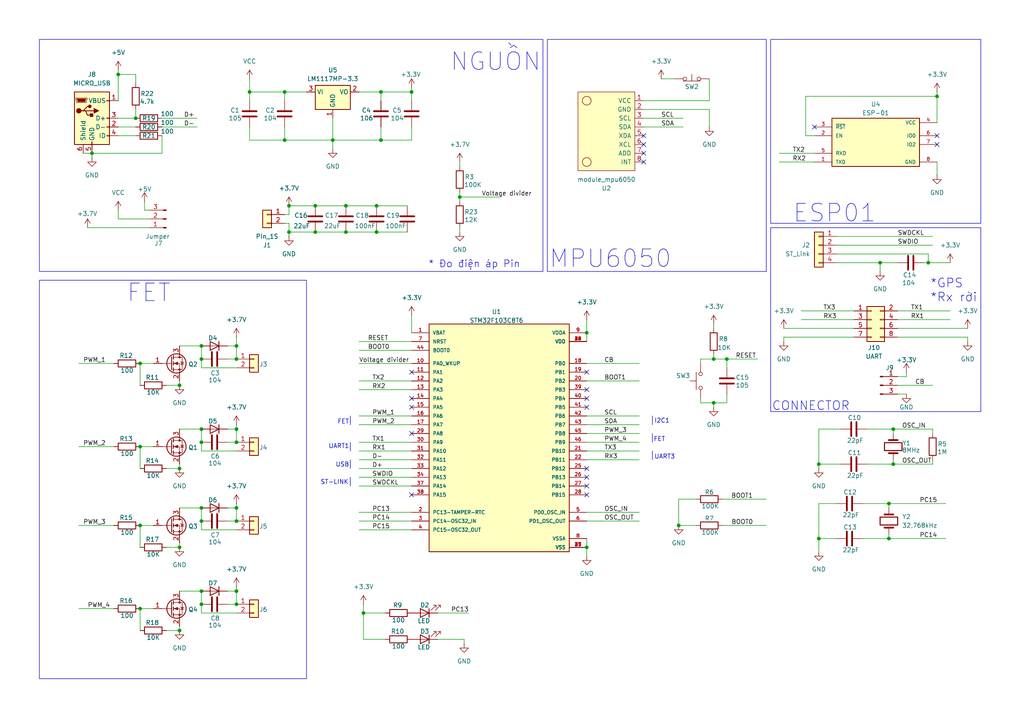
<source format=kicad_sch>
(kicad_sch (version 20231120) (generator "eeschema") (generator_version "8.0")
  (paper "A4")
  (lib_symbols
    (symbol "Connector:Conn_01x03_Pin" (pin_names (offset 1.016) hide)
      (property "Reference" "J" (at 0 5.08 0))
      (property "Value" "Conn_01x03_Pin" (at 0 -5.08 0))
      (symbol "Conn_01x03_Pin_1_1"
        (pin passive line (at 5.08 2.54 180) (length 3.81) (name "Pin_1") (number "1"))
        (pin passive line (at 5.08 0 180) (length 3.81) (name "Pin_2") (number "2"))
        (pin passive line (at 5.08 -2.54 180) (length 3.81) (name "Pin_3") (number "3"))
      )
    )
    (symbol "Connector:USB_OTG" (pin_names (offset 1.016))
      (property "Reference" "J" (at -5.08 11.43 0))
      (property "Value" "USB_OTG" (at -5.08 8.89 0))
      (symbol "USB_OTG_1_1"
        (pin passive line (at 7.62 5.08 180) (length 2.54) (name "VBUS") (number "1"))
        (pin bidirectional line (at 7.62 -2.54 180) (length 2.54) (name "D-") (number "2"))
        (pin bidirectional line (at 7.62 0 180) (length 2.54) (name "D+") (number "3"))
        (pin passive line (at 7.62 -5.08 180) (length 2.54) (name "ID") (number "4"))
        (pin passive line (at 0 -10.16 90) (length 2.54) (name "GND") (number "5"))
        (pin passive line (at -2.54 -10.16 90) (length 2.54) (name "Shield") (number "6"))
      )
    )
    (symbol "Connector_Generic:Conn_01x02" (pin_names (offset 1.016) hide)
      (property "Reference" "J" (at 0 2.54 0))
      (property "Value" "Conn_01x02" (at 0 -5.08 0))
      (symbol "Conn_01x02_1_1"
        (pin passive line (at -5.08 0 0) (length 3.81) (name "Pin_1") (number "1"))
        (pin passive line (at -5.08 -2.54 0) (length 3.81) (name "Pin_2") (number "2"))
      )
    )
    (symbol "Connector_Generic:Conn_01x04" (pin_names (offset 1.016) hide)
      (property "Reference" "J" (at 0 5.08 0))
      (property "Value" "Conn_01x04" (at 0 -7.62 0))
      (symbol "Conn_01x04_1_1"
        (pin passive line (at -5.08 2.54 0) (length 3.81) (name "Pin_1") (number "1"))
        (pin passive line (at -5.08 0 0) (length 3.81) (name "Pin_2") (number "2"))
        (pin passive line (at -5.08 -2.54 0) (length 3.81) (name "Pin_3") (number "3"))
        (pin passive line (at -5.08 -5.08 0) (length 3.81) (name "Pin_4") (number "4"))
      )
    )
    (symbol "Connector_Generic:Conn_02x04_Odd_Even" (pin_names (offset 1.016) hide)
      (property "Reference" "J" (at 1.27 5.08 0))
      (property "Value" "Conn_02x04_Odd_Even" (at 1.27 -7.62 0))
      (symbol "Conn_02x04_Odd_Even_1_1"
        (pin passive line (at -5.08 2.54 0) (length 3.81) (name "Pin_1") (number "1"))
        (pin passive line (at 7.62 2.54 180) (length 3.81) (name "Pin_2") (number "2"))
        (pin passive line (at -5.08 0 0) (length 3.81) (name "Pin_3") (number "3"))
        (pin passive line (at 7.62 0 180) (length 3.81) (name "Pin_4") (number "4"))
        (pin passive line (at -5.08 -2.54 0) (length 3.81) (name "Pin_5") (number "5"))
        (pin passive line (at 7.62 -2.54 180) (length 3.81) (name "Pin_6") (number "6"))
        (pin passive line (at -5.08 -5.08 0) (length 3.81) (name "Pin_7") (number "7"))
        (pin passive line (at 7.62 -5.08 180) (length 3.81) (name "Pin_8") (number "8"))
      )
    )
    (symbol "Device:C" (pin_numbers hide) (pin_names (offset 0.254))
      (property "Reference" "C" (at 0.635 2.54 0))
      (property "Value" "C" (at 0.635 -2.54 0))
      (symbol "C_1_1"
        (pin passive line (at 0 3.81 270) (length 2.794) (name "~") (number "1"))
        (pin passive line (at 0 -3.81 90) (length 2.794) (name "~") (number "2"))
      )
    )
    (symbol "Device:Crystal" (pin_numbers hide) (pin_names (offset 1.016) hide)
      (property "Reference" "Y" (at 0 3.81 0))
      (property "Value" "Crystal" (at 0 -3.81 0))
      (symbol "Crystal_1_1"
        (pin passive line (at -3.81 0 0) (length 1.27) (name "1") (number "1"))
        (pin passive line (at 3.81 0 180) (length 1.27) (name "2") (number "2"))
      )
    )
    (symbol "Device:LED" (pin_numbers hide) (pin_names (offset 1.016) hide)
      (property "Reference" "D" (at 0 2.54 0))
      (property "Value" "LED" (at 0 -2.54 0))
      (symbol "LED_1_1"
        (pin passive line (at -3.81 0 0) (length 2.54) (name "K") (number "1"))
        (pin passive line (at 3.81 0 180) (length 2.54) (name "A") (number "2"))
      )
    )
    (symbol "Device:R" (pin_numbers hide) (pin_names (offset 0))
      (property "Reference" "R" (at 2.032 0 90))
      (property "Value" "R" (at 0 0 90))
      (symbol "R_1_1"
        (pin passive line (at 0 3.81 270) (length 1.27) (name "~") (number "1"))
        (pin passive line (at 0 -3.81 90) (length 1.27) (name "~") (number "2"))
      )
    )
    (symbol "Diode:1N4007" (pin_numbers hide) (pin_names hide)
      (property "Reference" "D" (at 0 2.54 0))
      (property "Value" "1N4007" (at 0 -2.54 0))
      (symbol "1N4007_1_1"
        (pin passive line (at -3.81 0 0) (length 2.54) (name "K") (number "1"))
        (pin passive line (at 3.81 0 180) (length 2.54) (name "A") (number "2"))
      )
    )
    (symbol "ESP8266-01_ESP-01:ESP8266-01_ESP-01" (pin_names (offset 1.016))
      (property "Reference" "U" (at -0.762 7.874 0))
      (property "Value" "ESP8266-01_ESP-01" (at -8.382 -8.382 0))
      (symbol "ESP8266-01_ESP-01_1_0"
        (pin output line (at -17.78 -5.08 0) (length 5.08) (name "TXD") (number "1"))
        (pin input line (at -17.78 2.54 0) (length 5.08) (name "EN") (number "2"))
        (pin input line (at -17.78 5.08 0) (length 5.08) (name "~{RST}") (number "3"))
        (pin power_in line (at 17.78 6.35 180) (length 5.08) (name "VCC") (number "4"))
        (pin input line (at -17.78 -2.54 0) (length 5.08) (name "RXD") (number "5"))
        (pin bidirectional line (at 17.78 2.54 180) (length 5.08) (name "IO0") (number "6"))
        (pin bidirectional line (at 17.78 0 180) (length 5.08) (name "IO2") (number "7"))
        (pin power_in line (at 17.78 -5.08 180) (length 5.08) (name "GND") (number "8"))
      )
    )
    (symbol "Regulator_Linear:LM1117MP-3.3"
      (property "Reference" "U" (at -3.81 3.175 0))
      (property "Value" "LM1117MP-3.3" (at 0 3.175 0))
      (symbol "LM1117MP-3.3_1_1"
        (pin power_in line (at 0 -7.62 90) (length 2.54) (name "GND") (number "1"))
        (pin power_out line (at 7.62 0 180) (length 2.54) (name "VO") (number "2"))
        (pin power_in line (at -7.62 0 0) (length 2.54) (name "VI") (number "3"))
      )
    )
    (symbol "STM32F103C8T6:STM32F103C8T6" (pin_names (offset 1.016))
      (property "Reference" "U" (at -1.27 32.004 0))
      (property "Value" "STM32F103C8T6" (at -7.366 -36.83 0))
      (symbol "STM32F103C8T6_0_0"
        (pin bidirectional line (at -25.4 29.21 0) (length 5.08) (name "VBAT") (number "1"))
        (pin bidirectional line (at -25.4 20.32 0) (length 5.08) (name "PA0_WKUP") (number "10"))
        (pin bidirectional line (at -25.4 17.78 0) (length 5.08) (name "PA1") (number "11"))
        (pin bidirectional line (at -25.4 15.24 0) (length 5.08) (name "PA2") (number "12"))
        (pin bidirectional line (at -25.4 12.7 0) (length 5.08) (name "PA3") (number "13"))
        (pin bidirectional line (at -25.4 10.16 0) (length 5.08) (name "PA4") (number "14"))
        (pin bidirectional line (at -25.4 7.62 0) (length 5.08) (name "PA5") (number "15"))
        (pin bidirectional line (at -25.4 5.08 0) (length 5.08) (name "PA6") (number "16"))
        (pin bidirectional line (at -25.4 2.54 0) (length 5.08) (name "PA7") (number "17"))
        (pin bidirectional line (at 25.4 20.32 180) (length 5.08) (name "PB0") (number "18"))
        (pin bidirectional line (at 25.4 17.78 180) (length 5.08) (name "PB1") (number "19"))
        (pin bidirectional line (at -25.4 -22.86 0) (length 5.08) (name "PC13-TAMPER-RTC") (number "2"))
        (pin bidirectional line (at 25.4 15.24 180) (length 5.08) (name "PB2") (number "20"))
        (pin bidirectional line (at 25.4 -5.08 180) (length 5.08) (name "PB10") (number "21"))
        (pin bidirectional line (at 25.4 -7.62 180) (length 5.08) (name "PB11") (number "22"))
        (pin power_in line (at 25.4 -33.02 180) (length 5.08) (name "VSS") (number "23"))
        (pin power_in line (at 25.4 26.67 180) (length 5.08) (name "VDD") (number "24"))
        (pin bidirectional line (at 25.4 -10.16 180) (length 5.08) (name "PB12") (number "25"))
        (pin bidirectional line (at 25.4 -12.7 180) (length 5.08) (name "PB13") (number "26"))
        (pin bidirectional line (at 25.4 -15.24 180) (length 5.08) (name "PB14") (number "27"))
        (pin bidirectional line (at 25.4 -17.78 180) (length 5.08) (name "PB15") (number "28"))
        (pin bidirectional line (at -25.4 0 0) (length 5.08) (name "PA8") (number "29"))
        (pin bidirectional line (at -25.4 -25.4 0) (length 5.08) (name "PC14-OSC32_IN") (number "3"))
        (pin bidirectional line (at -25.4 -2.54 0) (length 5.08) (name "PA9") (number "30"))
        (pin bidirectional line (at -25.4 -5.08 0) (length 5.08) (name "PA10") (number "31"))
        (pin bidirectional line (at -25.4 -7.62 0) (length 5.08) (name "PA11") (number "32"))
        (pin bidirectional line (at -25.4 -10.16 0) (length 5.08) (name "PA12") (number "33"))
        (pin bidirectional line (at -25.4 -12.7 0) (length 5.08) (name "PA13") (number "34"))
        (pin power_in line (at 25.4 -33.02 180) (length 5.08) (name "VSS") (number "35"))
        (pin power_in line (at 25.4 26.67 180) (length 5.08) (name "VDD") (number "36"))
        (pin bidirectional line (at -25.4 -15.24 0) (length 5.08) (name "PA14") (number "37"))
        (pin bidirectional line (at -25.4 -17.78 0) (length 5.08) (name "PA15") (number "38"))
        (pin bidirectional line (at 25.4 12.7 180) (length 5.08) (name "PB3") (number "39"))
        (pin bidirectional line (at -25.4 -27.94 0) (length 5.08) (name "PC15-OSC32_OUT") (number "4"))
        (pin bidirectional line (at 25.4 10.16 180) (length 5.08) (name "PB4") (number "40"))
        (pin bidirectional line (at 25.4 7.62 180) (length 5.08) (name "PB5") (number "41"))
        (pin bidirectional line (at 25.4 5.08 180) (length 5.08) (name "PB6") (number "42"))
        (pin bidirectional line (at 25.4 2.54 180) (length 5.08) (name "PB7") (number "43"))
        (pin input line (at -25.4 24.13 0) (length 5.08) (name "BOOT0") (number "44"))
        (pin bidirectional line (at 25.4 0 180) (length 5.08) (name "PB8") (number "45"))
        (pin bidirectional line (at 25.4 -2.54 180) (length 5.08) (name "PB9") (number "46"))
        (pin power_in line (at 25.4 -33.02 180) (length 5.08) (name "VSS") (number "47"))
        (pin power_in line (at 25.4 26.67 180) (length 5.08) (name "VDD") (number "48"))
        (pin bidirectional line (at 25.4 -22.86 180) (length 5.08) (name "PD0_OSC_IN") (number "5"))
        (pin bidirectional line (at 25.4 -25.4 180) (length 5.08) (name "PD1_OSC_OUT") (number "6"))
        (pin input line (at -25.4 26.67 0) (length 5.08) (name "NRST") (number "7"))
        (pin power_in line (at 25.4 -30.48 180) (length 5.08) (name "VSSA") (number "8"))
        (pin power_in line (at 25.4 29.21 180) (length 5.08) (name "VDDA") (number "9"))
      )
    )
    (symbol "Switch:SW_Push" (pin_numbers hide) (pin_names (offset 1.016) hide)
      (property "Reference" "SW" (at 1.27 2.54 0))
      (property "Value" "SW_Push" (at 0 -1.524 0))
      (symbol "SW_Push_0_1"
        (pin passive line (at -5.08 0 0) (length 2.54) (name "1") (number "1"))
        (pin passive line (at 5.08 0 180) (length 2.54) (name "2") (number "2"))
      )
    )
    (symbol "Switch:SW_Push_Open" (pin_numbers hide) (pin_names (offset 1.016) hide)
      (property "Reference" "SW" (at 0 2.54 0))
      (property "Value" "SW_Push_Open" (at 0 -1.905 0))
      (symbol "SW_Push_Open_0_1"
        (pin passive line (at -5.08 0 0) (length 2.54) (name "A") (number "1"))
      )
      (symbol "SW_Push_Open_1_1"
        (pin passive line (at 5.08 0 180) (length 2.54) (name "B") (number "2"))
      )
    )
    (symbol "Transistor_FET:BS170F" (pin_names hide)
      (property "Reference" "Q" (at 5.08 1.905 0))
      (property "Value" "BS170F" (at 5.08 0 0))
      (symbol "BS170F_1_1"
        (pin input line (at -5.08 0 0) (length 2.54) (name "G") (number "1"))
        (pin passive line (at 2.54 -5.08 90) (length 2.54) (name "S") (number "2"))
        (pin passive line (at 2.54 5.08 270) (length 2.54) (name "D") (number "3"))
      )
    )
    (symbol "power:+3.3V" (power) (pin_numbers hide) (pin_names (offset 0) hide)
      (property "Value" "+3.3V" (at 0 3.556 0))
      (symbol "+3.3V_1_1"
        (pin power_in line (at 0 0 90) (length 0) (name "~") (number "1"))
      )
    )
    (symbol "power:+5V" (power) (pin_numbers hide) (pin_names (offset 0) hide)
      (property "Value" "+5V" (at 0 3.556 0))
      (symbol "+5V_1_1"
        (pin power_in line (at 0 0 90) (length 0) (name "~") (number "1"))
      )
    )
    (symbol "power:GND" (power) (pin_numbers hide) (pin_names (offset 0) hide)
      (property "Value" "GND" (at 0 -3.81 0))
      (symbol "GND_1_1"
        (pin power_in line (at 0 0 270) (length 0) (name "~") (number "1"))
      )
    )
    (symbol "power:VCC" (power) (pin_numbers hide) (pin_names (offset 0) hide)
      (property "Value" "VCC" (at 0 3.556 0))
      (symbol "VCC_1_1"
        (pin power_in line (at 0 0 90) (length 0) (name "~") (number "1"))
      )
    )
    (symbol "usini_sensors:module_mpu6050" (pin_names (offset 1.016))
      (property "Reference" "U" (at 2.54 21.59 0))
      (property "Value" "module_mpu6050" (at 11.43 -3.81 0))
      (symbol "module_mpu6050_1_1"
        (pin input line (at 0 17.78 0) (length 2.54) (name "VCC") (number "1"))
        (pin input line (at 0 15.24 0) (length 2.54) (name "GND") (number "2"))
        (pin input line (at 0 12.7 0) (length 2.54) (name "SCL") (number "3"))
        (pin input line (at 0 10.16 0) (length 2.54) (name "SDA") (number "4"))
        (pin input line (at 0 7.62 0) (length 2.54) (name "XDA") (number "5"))
        (pin input line (at 0 5.08 0) (length 2.54) (name "XCL") (number "6"))
        (pin input line (at 0 2.54 0) (length 2.54) (name "ADD") (number "7"))
        (pin input line (at 0 0 0) (length 2.54) (name "INT") (number "8"))
      )
    )
  )
  (junction (at 237.49 156.21))
  (junction (at 110.49 40.64))
  (junction (at 68.58 175.26))
  (junction (at 91.44 59.69))
  (junction (at 257.81 146.05))
  (junction (at 109.22 59.69))
  (junction (at 58.42 147.32))
  (junction (at 119.38 26.67))
  (junction (at 259.08 124.46))
  (junction (at 52.07 182.88))
  (junction (at 259.08 134.62))
  (junction (at 52.07 111.76))
  (junction (at 58.42 128.27))
  (junction (at 91.44 67.31))
  (junction (at 68.58 128.27))
  (junction (at 68.58 124.46))
  (junction (at 237.49 134.62))
  (junction (at 271.78 27.94))
  (junction (at 170.18 158.75))
  (junction (at 72.39 26.67))
  (junction (at 39.37 34.29))
  (junction (at 52.07 158.75))
  (junction (at 110.49 26.67))
  (junction (at 170.18 96.52))
  (junction (at 96.52 40.64))
  (junction (at 58.42 104.14))
  (junction (at 255.27 76.2))
  (junction (at 82.55 40.64))
  (junction (at 40.64 105.41))
  (junction (at 257.81 156.21))
  (junction (at 68.58 100.33))
  (junction (at 52.07 135.89))
  (junction (at 100.33 59.69))
  (junction (at 68.58 147.32))
  (junction (at 58.42 100.33))
  (junction (at 82.55 26.67))
  (junction (at 40.64 152.4))
  (junction (at 210.82 104.14))
  (junction (at 105.41 177.8))
  (junction (at 68.58 171.45))
  (junction (at 68.58 104.14))
  (junction (at 68.58 151.13))
  (junction (at 109.22 67.31))
  (junction (at 58.42 124.46))
  (junction (at 34.29 21.59))
  (junction (at 26.67 44.45))
  (junction (at 207.01 116.84))
  (junction (at 269.24 76.2))
  (junction (at 58.42 175.26))
  (junction (at 58.42 171.45))
  (junction (at 133.35 57.15))
  (junction (at 40.64 176.53))
  (junction (at 83.82 67.31))
  (junction (at 40.64 129.54))
  (junction (at 196.85 152.4))
  (junction (at 83.82 59.69))
  (junction (at 207.01 104.14))
  (junction (at 100.33 67.31))
  (junction (at 58.42 151.13))
  (no_connect (at 170.18 135.89))
  (no_connect (at 170.18 115.57))
  (no_connect (at 186.69 46.99))
  (no_connect (at 119.38 115.57))
  (no_connect (at 119.38 125.73))
  (no_connect (at 119.38 143.51))
  (no_connect (at 186.69 39.37))
  (no_connect (at 170.18 140.97))
  (no_connect (at 170.18 118.11))
  (no_connect (at 119.38 107.95))
  (no_connect (at 170.18 107.95))
  (no_connect (at 170.18 113.03))
  (no_connect (at 170.18 138.43))
  (no_connect (at 186.69 44.45))
  (no_connect (at 119.38 118.11))
  (no_connect (at 170.18 143.51))
  (no_connect (at 271.78 41.91))
  (no_connect (at 186.69 41.91))
  (no_connect (at 236.22 36.83))
  (no_connect (at 271.78 39.37))
  (wire (pts (xy 82.55 26.67) (xy 88.9 26.67)))
  (wire (pts (xy 133.35 55.88) (xy 133.35 57.15)))
  (wire (pts (xy 191.77 22.86) (xy 195.58 22.86)))
  (wire (pts (xy 257.81 156.21) (xy 274.32 156.21)))
  (wire (pts (xy 105.41 185.42) (xy 105.41 177.8)))
  (wire (pts (xy 109.22 59.69) (xy 118.11 59.69)))
  (wire (pts (xy 46.99 34.29) (xy 57.15 34.29)))
  (wire (pts (xy 203.2 104.14) (xy 207.01 104.14)))
  (wire (pts (xy 242.57 146.05) (xy 237.49 146.05)))
  (wire (pts (xy 170.18 133.35) (xy 185.42 133.35)))
  (wire (pts (xy 82.55 26.67) (xy 82.55 29.21)))
  (wire (pts (xy 68.58 100.33) (xy 68.58 97.79)))
  (wire (pts (xy 22.86 129.54) (xy 33.02 129.54)))
  (wire (pts (xy 207.01 93.98) (xy 207.01 95.25)))
  (wire (pts (xy 259.08 124.46) (xy 270.51 124.46)))
  (wire (pts (xy 40.64 105.41) (xy 44.45 105.41)))
  (wire (pts (xy 58.42 128.27) (xy 58.42 124.46)))
  (wire (pts (xy 133.35 48.26) (xy 133.35 46.99)))
  (wire (pts (xy 22.86 105.41) (xy 33.02 105.41)))
  (wire (pts (xy 68.58 100.33) (xy 68.58 104.14)))
  (wire (pts (xy 34.29 36.83) (xy 39.37 36.83)))
  (wire (pts (xy 267.97 76.2) (xy 269.24 76.2)))
  (wire (pts (xy 186.69 36.83) (xy 198.12 36.83)))
  (wire (pts (xy 68.58 153.67) (xy 58.42 153.67)))
  (wire (pts (xy 34.29 34.29) (xy 39.37 34.29)))
  (wire (pts (xy 255.27 76.2) (xy 255.27 78.74)))
  (wire (pts (xy 210.82 106.68) (xy 210.82 104.14)))
  (wire (pts (xy 237.49 156.21) (xy 237.49 160.02)))
  (wire (pts (xy 46.99 44.45) (xy 26.67 44.45)))
  (wire (pts (xy 68.58 124.46) (xy 68.58 123.19)))
  (wire (pts (xy 48.26 135.89) (xy 52.07 135.89)))
  (wire (pts (xy 46.99 39.37) (xy 46.99 44.45)))
  (wire (pts (xy 226.06 44.45) (xy 236.22 44.45)))
  (wire (pts (xy 72.39 26.67) (xy 82.55 26.67)))
  (wire (pts (xy 104.14 153.67) (xy 119.38 153.67)))
  (wire (pts (xy 39.37 31.75) (xy 39.37 34.29)))
  (wire (pts (xy 58.42 175.26) (xy 58.42 171.45)))
  (wire (pts (xy 210.82 104.14) (xy 219.71 104.14)))
  (wire (pts (xy 104.14 99.06) (xy 119.38 99.06)))
  (wire (pts (xy 170.18 120.65) (xy 185.42 120.65)))
  (wire (pts (xy 110.49 40.64) (xy 119.38 40.64)))
  (wire (pts (xy 83.82 59.69) (xy 83.82 62.23)))
  (wire (pts (xy 58.42 104.14) (xy 58.42 100.33)))
  (wire (pts (xy 34.29 21.59) (xy 39.37 21.59)))
  (wire (pts (xy 259.08 124.46) (xy 259.08 125.73)))
  (wire (pts (xy 205.74 31.75) (xy 205.74 36.83)))
  (wire (pts (xy 269.24 76.2) (xy 275.59 76.2)))
  (wire (pts (xy 237.49 146.05) (xy 237.49 156.21)))
  (wire (pts (xy 260.35 114.3) (xy 262.89 114.3)))
  (wire (pts (xy 66.04 147.32) (xy 68.58 147.32)))
  (wire (pts (xy 91.44 59.69) (xy 100.33 59.69)))
  (wire (pts (xy 207.01 118.11) (xy 207.01 116.84)))
  (wire (pts (xy 186.69 34.29) (xy 198.12 34.29)))
  (wire (pts (xy 66.04 175.26) (xy 68.58 175.26)))
  (wire (pts (xy 66.04 171.45) (xy 68.58 171.45)))
  (wire (pts (xy 186.69 29.21) (xy 205.74 29.21)))
  (wire (pts (xy 242.57 76.2) (xy 255.27 76.2)))
  (wire (pts (xy 96.52 43.18) (xy 96.52 40.64)))
  (wire (pts (xy 260.35 95.25) (xy 280.67 95.25)))
  (wire (pts (xy 46.99 36.83) (xy 57.15 36.83)))
  (wire (pts (xy 105.41 177.8) (xy 111.76 177.8)))
  (wire (pts (xy 66.04 128.27) (xy 68.58 128.27)))
  (wire (pts (xy 34.29 63.5) (xy 34.29 60.96)))
  (wire (pts (xy 83.82 64.77) (xy 83.82 67.31)))
  (wire (pts (xy 226.06 46.99) (xy 236.22 46.99)))
  (wire (pts (xy 210.82 114.3) (xy 210.82 116.84)))
  (wire (pts (xy 91.44 67.31) (xy 100.33 67.31)))
  (wire (pts (xy 247.65 97.79) (xy 227.33 97.79)))
  (wire (pts (xy 48.26 111.76) (xy 52.07 111.76)))
  (wire (pts (xy 170.18 96.52) (xy 170.18 99.06)))
  (wire (pts (xy 271.78 27.94) (xy 271.78 35.56)))
  (wire (pts (xy 40.64 176.53) (xy 40.64 182.88)))
  (wire (pts (xy 83.82 67.31) (xy 91.44 67.31)))
  (wire (pts (xy 40.64 129.54) (xy 40.64 135.89)))
  (wire (pts (xy 96.52 34.29) (xy 96.52 40.64)))
  (wire (pts (xy 170.18 161.29) (xy 170.18 158.75)))
  (wire (pts (xy 133.35 66.04) (xy 133.35 67.31)))
  (polyline (pts (xy 189.23 125.73) (xy 189.23 128.27)))
  (wire (pts (xy 243.84 124.46) (xy 237.49 124.46)))
  (wire (pts (xy 40.64 176.53) (xy 44.45 176.53)))
  (wire (pts (xy 83.82 62.23) (xy 82.55 62.23)))
  (wire (pts (xy 82.55 64.77) (xy 83.82 64.77)))
  (wire (pts (xy 52.07 124.46) (xy 58.42 124.46)))
  (wire (pts (xy 111.76 185.42) (xy 105.41 185.42)))
  (wire (pts (xy 96.52 40.64) (xy 110.49 40.64)))
  (wire (pts (xy 251.46 134.62) (xy 259.08 134.62)))
  (wire (pts (xy 39.37 21.59) (xy 39.37 24.13)))
  (wire (pts (xy 52.07 181.61) (xy 52.07 182.88)))
  (wire (pts (xy 104.14 128.27) (xy 119.38 128.27)))
  (wire (pts (xy 68.58 171.45) (xy 68.58 175.26)))
  (wire (pts (xy 66.04 100.33) (xy 68.58 100.33)))
  (wire (pts (xy 104.14 101.6) (xy 119.38 101.6)))
  (wire (pts (xy 41.91 58.42) (xy 41.91 60.96)))
  (wire (pts (xy 250.19 156.21) (xy 257.81 156.21)))
  (wire (pts (xy 58.42 177.8) (xy 58.42 175.26)))
  (wire (pts (xy 170.18 123.19) (xy 185.42 123.19)))
  (wire (pts (xy 205.74 22.86) (xy 205.74 29.21)))
  (wire (pts (xy 119.38 26.67) (xy 119.38 25.4)))
  (polyline (pts (xy 101.6 128.27) (xy 101.6 130.81)))
  (wire (pts (xy 209.55 144.78) (xy 222.25 144.78)))
  (wire (pts (xy 170.18 105.41) (xy 185.42 105.41)))
  (wire (pts (xy 237.49 124.46) (xy 237.49 134.62)))
  (wire (pts (xy 22.86 176.53) (xy 33.02 176.53)))
  (wire (pts (xy 127 185.42) (xy 134.62 185.42)))
  (wire (pts (xy 52.07 134.62) (xy 52.07 135.89)))
  (wire (pts (xy 170.18 128.27) (xy 185.42 128.27)))
  (wire (pts (xy 247.65 90.17) (xy 232.41 90.17)))
  (wire (pts (xy 170.18 156.21) (xy 170.18 158.75)))
  (wire (pts (xy 68.58 106.68) (xy 58.42 106.68)))
  (wire (pts (xy 259.08 133.35) (xy 259.08 134.62)))
  (wire (pts (xy 34.29 63.5) (xy 43.18 63.5)))
  (wire (pts (xy 170.18 148.59) (xy 185.42 148.59)))
  (wire (pts (xy 203.2 116.84) (xy 207.01 116.84)))
  (wire (pts (xy 196.85 152.4) (xy 201.93 152.4)))
  (wire (pts (xy 68.58 177.8) (xy 58.42 177.8)))
  (wire (pts (xy 260.35 90.17) (xy 275.59 90.17)))
  (wire (pts (xy 52.07 100.33) (xy 58.42 100.33)))
  (wire (pts (xy 26.67 44.45) (xy 26.67 45.72)))
  (wire (pts (xy 227.33 97.79) (xy 227.33 99.06)))
  (wire (pts (xy 58.42 153.67) (xy 58.42 151.13)))
  (wire (pts (xy 207.01 104.14) (xy 210.82 104.14)))
  (wire (pts (xy 83.82 67.31) (xy 83.82 68.58)))
  (wire (pts (xy 260.35 111.76) (xy 270.51 111.76)))
  (wire (pts (xy 170.18 125.73) (xy 185.42 125.73)))
  (wire (pts (xy 22.86 152.4) (xy 33.02 152.4)))
  (wire (pts (xy 134.62 185.42) (xy 134.62 186.69)))
  (wire (pts (xy 41.91 60.96) (xy 43.18 60.96)))
  (wire (pts (xy 270.51 125.73) (xy 270.51 124.46)))
  (wire (pts (xy 271.78 26.67) (xy 271.78 27.94)))
  (wire (pts (xy 209.55 152.4) (xy 222.25 152.4)))
  (wire (pts (xy 104.14 151.13) (xy 119.38 151.13)))
  (wire (pts (xy 203.2 104.14) (xy 203.2 105.41)))
  (wire (pts (xy 72.39 36.83) (xy 72.39 40.64)))
  (wire (pts (xy 40.64 105.41) (xy 40.64 111.76)))
  (wire (pts (xy 104.14 138.43) (xy 119.38 138.43)))
  (wire (pts (xy 104.14 148.59) (xy 119.38 148.59)))
  (wire (pts (xy 196.85 144.78) (xy 196.85 152.4)))
  (polyline (pts (xy 189.23 130.81) (xy 189.23 133.35)))
  (wire (pts (xy 72.39 22.86) (xy 72.39 26.67)))
  (wire (pts (xy 52.07 157.48) (xy 52.07 158.75)))
  (wire (pts (xy 257.81 146.05) (xy 274.32 146.05)))
  (wire (pts (xy 110.49 26.67) (xy 119.38 26.67)))
  (wire (pts (xy 72.39 26.67) (xy 72.39 29.21)))
  (wire (pts (xy 72.39 40.64) (xy 82.55 40.64)))
  (wire (pts (xy 119.38 91.44) (xy 119.38 96.52)))
  (wire (pts (xy 260.35 92.71) (xy 275.59 92.71)))
  (wire (pts (xy 237.49 156.21) (xy 242.57 156.21)))
  (wire (pts (xy 83.82 59.69) (xy 91.44 59.69)))
  (wire (pts (xy 40.64 152.4) (xy 40.64 158.75)))
  (wire (pts (xy 247.65 95.25) (xy 227.33 95.25)))
  (wire (pts (xy 104.14 113.03) (xy 119.38 113.03)))
  (wire (pts (xy 34.29 39.37) (xy 39.37 39.37)))
  (wire (pts (xy 104.14 110.49) (xy 119.38 110.49)))
  (wire (pts (xy 242.57 68.58) (xy 270.51 68.58)))
  (wire (pts (xy 82.55 40.64) (xy 96.52 40.64)))
  (wire (pts (xy 58.42 106.68) (xy 58.42 104.14)))
  (wire (pts (xy 66.04 104.14) (xy 68.58 104.14)))
  (wire (pts (xy 24.13 44.45) (xy 26.67 44.45)))
  (wire (pts (xy 270.51 134.62) (xy 270.51 133.35)))
  (wire (pts (xy 104.14 105.41) (xy 119.38 105.41)))
  (wire (pts (xy 233.68 27.94) (xy 233.68 39.37)))
  (wire (pts (xy 260.35 109.22) (xy 262.89 109.22)))
  (wire (pts (xy 82.55 36.83) (xy 82.55 40.64)))
  (wire (pts (xy 119.38 29.21) (xy 119.38 26.67)))
  (wire (pts (xy 203.2 116.84) (xy 203.2 115.57)))
  (wire (pts (xy 48.26 158.75) (xy 52.07 158.75)))
  (wire (pts (xy 68.58 147.32) (xy 68.58 146.05)))
  (wire (pts (xy 100.33 67.31) (xy 109.22 67.31)))
  (wire (pts (xy 262.89 109.22) (xy 262.89 107.95)))
  (wire (pts (xy 133.35 57.15) (xy 133.35 58.42)))
  (wire (pts (xy 68.58 171.45) (xy 68.58 170.18)))
  (wire (pts (xy 207.01 102.87) (xy 207.01 104.14)))
  (wire (pts (xy 236.22 39.37) (xy 233.68 39.37)))
  (wire (pts (xy 201.93 144.78) (xy 196.85 144.78)))
  (wire (pts (xy 170.18 130.81) (xy 185.42 130.81)))
  (polyline (pts (xy 101.6 133.35) (xy 101.6 135.89)))
  (wire (pts (xy 170.18 92.71) (xy 170.18 96.52)))
  (wire (pts (xy 127 177.8) (xy 135.89 177.8)))
  (wire (pts (xy 40.64 129.54) (xy 44.45 129.54)))
  (wire (pts (xy 58.42 130.81) (xy 58.42 128.27)))
  (wire (pts (xy 237.49 135.89) (xy 237.49 134.62)))
  (wire (pts (xy 52.07 110.49) (xy 52.07 111.76)))
  (wire (pts (xy 48.26 182.88) (xy 52.07 182.88)))
  (wire (pts (xy 58.42 151.13) (xy 58.42 147.32)))
  (wire (pts (xy 110.49 26.67) (xy 110.49 29.21)))
  (wire (pts (xy 104.14 133.35) (xy 119.38 133.35)))
  (wire (pts (xy 170.18 110.49) (xy 185.42 110.49)))
  (wire (pts (xy 247.65 92.71) (xy 232.41 92.71)))
  (wire (pts (xy 104.14 130.81) (xy 119.38 130.81)))
  (polyline (pts (xy 101.6 138.43) (xy 101.6 140.97)))
  (wire (pts (xy 260.35 97.79) (xy 280.67 97.79)))
  (wire (pts (xy 66.04 151.13) (xy 68.58 151.13)))
  (wire (pts (xy 280.67 97.79) (xy 280.67 99.06)))
  (wire (pts (xy 104.14 140.97) (xy 119.38 140.97)))
  (wire (pts (xy 259.08 134.62) (xy 270.51 134.62)))
  (wire (pts (xy 259.08 124.46) (xy 251.46 124.46)))
  (wire (pts (xy 66.04 124.46) (xy 68.58 124.46)))
  (wire (pts (xy 255.27 76.2) (xy 260.35 76.2)))
  (wire (pts (xy 68.58 130.81) (xy 58.42 130.81)))
  (wire (pts (xy 269.24 73.66) (xy 269.24 76.2)))
  (wire (pts (xy 257.81 146.05) (xy 257.81 147.32)))
  (wire (pts (xy 250.19 146.05) (xy 257.81 146.05)))
  (wire (pts (xy 133.35 57.15) (xy 144.78 57.15)))
  (wire (pts (xy 52.07 147.32) (xy 58.42 147.32)))
  (wire (pts (xy 68.58 147.32) (xy 68.58 151.13)))
  (polyline (pts (xy 189.23 120.65) (xy 189.23 123.19)))
  (wire (pts (xy 242.57 71.12) (xy 270.51 71.12)))
  (wire (pts (xy 242.57 73.66) (xy 269.24 73.66)))
  (wire (pts (xy 271.78 46.99) (xy 271.78 50.8)))
  (wire (pts (xy 34.29 20.32) (xy 34.29 21.59)))
  (wire (pts (xy 109.22 67.31) (xy 118.11 67.31)))
  (wire (pts (xy 104.14 135.89) (xy 119.38 135.89)))
  (wire (pts (xy 68.58 124.46) (xy 68.58 128.27)))
  (wire (pts (xy 34.29 21.59) (xy 34.29 29.21)))
  (wire (pts (xy 25.4 66.04) (xy 43.18 66.04)))
  (wire (pts (xy 40.64 152.4) (xy 44.45 152.4)))
  (wire (pts (xy 110.49 36.83) (xy 110.49 40.64)))
  (wire (pts (xy 233.68 27.94) (xy 271.78 27.94)))
  (wire (pts (xy 52.07 171.45) (xy 58.42 171.45)))
  (wire (pts (xy 104.14 123.19) (xy 119.38 123.19)))
  (wire (pts (xy 205.74 31.75) (xy 186.69 31.75)))
  (wire (pts (xy 170.18 151.13) (xy 185.42 151.13)))
  (wire (pts (xy 257.81 154.94) (xy 257.81 156.21)))
  (wire (pts (xy 119.38 36.83) (xy 119.38 40.64)))
  (polyline (pts (xy 101.6 120.65) (xy 101.6 123.19)))
  (wire (pts (xy 100.33 59.69) (xy 109.22 59.69)))
  (wire (pts (xy 104.14 26.67) (xy 110.49 26.67)))
  (wire (pts (xy 104.14 120.65) (xy 119.38 120.65)))
  (wire (pts (xy 105.41 175.26) (xy 105.41 177.8)))
  (wire (pts (xy 237.49 134.62) (xy 243.84 134.62)))
  (wire (pts (xy 210.82 116.84) (xy 207.01 116.84)))
  (rectangle (start 223.52 66.04) (end 284.48 119.38))
  (rectangle (start 11.43 81.28) (end 88.9 196.85))
  (rectangle (start 158.75 11.43) (end 222.25 78.74))
  (rectangle (start 11.43 11.43) (end 157.48 78.74))
  (rectangle (start 223.52 11.43) (end 284.48 64.77))
  (text "*GPS\n*Rx rời " (at 269.748 84.328 0) (effects (font (size 2.54 2.54)) (justify left)))
  (text "* Đo điện áp Pin" (at 124.206 76.708 0) (effects (font (size 2.032 2.032)) (justify left)))
  (text "USB" (at 99.314 134.874 0) (effects (font (size 1.27 1.27))))
  (text "NGUỒN" (at 143.764 18.034 0) (effects (font (size 5.08 5.08))))
  (text "ESP01" (at 242.062 61.976 0) (effects (font (size 5.08 5.08))))
  (text "CONNECTOR" (at 235.204 117.856 0) (effects (font (size 2.54 2.54))))
  (text "FET" (at 191.262 127.508 0) (effects (font (size 1.27 1.27))))
  (text "MPU6050" (at 177.038 75.184 0) (effects (font (size 5.08 5.08))))
  (text "ST-LINK" (at 97.028 139.954 0) (effects (font (size 1.27 1.27))))
  (text "UART3" (at 192.786 132.588 0) (effects (font (size 1.27 1.27))))
  (text "FET" (at 99.568 122.428 0) (effects (font (size 1.27 1.27))))
  (text "UART1" (at 98.298 129.54 0) (effects (font (size 1.27 1.27))))
  (text "I2C1" (at 192.024 122.174 0) (effects (font (size 1.27 1.27))))
  (text "FET" (at 43.18 85.09 0) (effects (font (size 5.08 5.08))))
  (label "RX1" (at 264.16 92.71 0))
  (label "Voltage divider" (at 139.7 57.15 0))
  (label "PC15" (at 266.7 146.05 0))
  (label "CB" (at 265.43 111.76 0))
  (label "CB" (at 175.26 105.41 0))
  (label "RX3" (at 175.26 133.35 0))
  (label "RX2" (at 229.87 46.99 0))
  (label "PWM_4" (at 175.26 128.27 0))
  (label "PC13" (at 107.95 148.59 0))
  (label "PWM_1" (at 24.13 105.41 0))
  (label "PWM_2" (at 107.95 123.19 0))
  (label "BOOT0" (at 106.68 101.6 0))
  (label "RESET" (at 106.68 99.06 0))
  (label "RX3" (at 238.76 92.71 0))
  (label "SWDIO" (at 260.35 71.12 0))
  (label "PC13" (at 130.81 177.8 0))
  (label "TX3" (at 238.76 90.17 0))
  (label "TX2" (at 107.95 110.49 0))
  (label "PC14" (at 107.95 151.13 0))
  (label "TX1" (at 107.95 128.27 0))
  (label "D-" (at 107.95 133.35 0))
  (label "OSC_IN" (at 261.62 124.46 0))
  (label "Voltage divider" (at 104.14 105.41 0))
  (label "TX1" (at 264.16 90.17 0))
  (label "SDA" (at 191.77 36.83 0))
  (label "SCL" (at 191.77 34.29 0))
  (label "SWDCKL" (at 107.95 140.97 0))
  (label "RX2" (at 107.95 113.03 0))
  (label "D+" (at 107.95 135.89 0))
  (label "SWDIO" (at 107.95 138.43 0))
  (label "RX1" (at 107.95 130.81 0))
  (label "D+" (at 53.34 34.29 0))
  (label "TX2" (at 229.87 44.45 0))
  (label "BOOT1" (at 175.26 110.49 0))
  (label "BOOT0" (at 218.44 152.4 180))
  (label "PC14" (at 266.7 156.21 0))
  (label "SWDCKL" (at 260.35 68.58 0))
  (label "OSC_IN" (at 175.26 148.59 0))
  (label "OSC_OUT" (at 175.26 151.13 0))
  (label "TX3" (at 175.26 130.81 0))
  (label "SDA" (at 175.26 123.19 0))
  (label "PC15" (at 107.95 153.67 0))
  (label "OSC_OUT" (at 261.62 134.62 0))
  (label "PWM_2" (at 24.13 129.54 0))
  (label "BOOT1" (at 212.09 144.78 0))
  (label "PWM_3" (at 175.26 125.73 0))
  (label "PWM_4" (at 25.4 176.53 0))
  (label "RESET" (at 213.36 104.14 0))
  (label "D-" (at 53.34 36.83 0))
  (label "SCL" (at 175.26 120.65 0))
  (label "PWM_1" (at 107.95 120.65 0))
  (label "PWM_3" (at 24.13 152.4 0))
  (symbol (lib_id "power:+3.3V") (at 83.82 59.69 0) (unit 1)
    (property "Reference" "#PWR05" (effects (hide yes)))
    (property "Value" "+3.7V" (at 83.82 54.61 0))
    (property "Description" "Power symbol creates a global label with name \"+3.3V\"" (effects (hide yes)))
  )
  (symbol (lib_id "Device:C") (at 246.38 156.21 270) (unit 1)
    (property "Reference" "C13" (at 244.602 152.908 90) (effects (justify left)))
    (property "Value" "22pF" (at 244.348 159.512 90) (effects (justify left)))
    (property "Footprint" "Capacitor_SMD:C_0805_2012Metric" (effects (hide yes)))
    (property "Description" "Unpolarized capacitor" (effects (hide yes)))
  )
  (symbol (lib_id "STM32F103C8T6:STM32F103C8T6") (at 144.78 125.73 0) (unit 1)
    (property "Reference" "U1" (at 144.018 90.424 0))
    (property "Value" "STM32F103C8T6" (at 144.018 92.964 0))
    (property "Footprint" "Stm32F103:QFP50P900X900X160-48N" (effects (hide yes)))
    (property "MF" "STMicroelectronics" (effects (hide yes)))
    (property "Description_1" "\nARM® Cortex®-M3 STM32F1 Microcontroller IC 32-Bit 72MHz 64KB (64K x 8) FLASH 48-LQFP (7x7)\n" (effects (hide yes)))
    (property "Package" "LQFP-48 STMicroelectronics" (effects (hide yes)))
    (property "Price" "None" (effects (hide yes)))
    (property "Check_prices" "https://www.snapeda.com/parts/STM32F103C8T6/STMicroelectronics/view-part/?ref=eda" (effects (hide yes)))
    (property "STANDARD" "IPC7351B" (effects (hide yes)))
    (property "PARTREV" "10" (effects (hide yes)))
    (property "SnapEDA_Link" "https://www.snapeda.com/parts/STM32F103C8T6/STMicroelectronics/view-part/?ref=snap" (effects (hide yes)))
    (property "MP" "STM32F103C8T6" (effects (hide yes)))
    (property "Availability" "In Stock" (effects (hide yes)))
    (property "MANUFACTURER" "ST Microelectronics" (effects (hide yes)))
  )
  (symbol (lib_id "Device:R") (at 133.35 52.07 180) (unit 1)
    (property "Reference" "R3" (at 136.144 51.308 0))
    (property "Value" "100K" (at 137.16 53.594 0))
    (property "Footprint" "Resistor_SMD:R_0805_2012Metric" (effects (hide yes)))
    (property "Description" "Resistor" (effects (hide yes)))
  )
  (symbol (lib_id "power:GND") (at 52.07 111.76 0) (unit 1)
    (property "Reference" "#PWR021" (effects (hide yes)))
    (property "Value" "GND" (at 52.07 116.84 0))
    (property "Description" "Power symbol creates a global label with name \"GND\" , ground" (effects (hide yes)))
  )
  (symbol (lib_id "power:GND") (at 237.49 135.89 0) (unit 1)
    (property "Reference" "#PWR013" (effects (hide yes)))
    (property "Value" "GND" (at 237.49 140.97 0))
    (property "Description" "Power symbol creates a global label with name \"GND\" , ground" (effects (hide yes)))
  )
  (symbol (lib_id "Device:R") (at 36.83 129.54 90) (unit 1)
    (property "Reference" "R13" (at 36.576 127.254 90))
    (property "Value" "100" (at 36.83 131.572 90))
    (property "Footprint" "Resistor_SMD:R_0805_2012Metric" (effects (hide yes)))
    (property "Description" "Resistor" (effects (hide yes)))
  )
  (symbol (lib_id "power:GND") (at 227.33 99.06 0) (mirror y) (unit 1)
    (property "Reference" "#PWR038" (effects (hide yes)))
    (property "Value" "GND" (at 227.33 104.14 0))
    (property "Description" "Power symbol creates a global label with name \"GND\" , ground" (effects (hide yes)))
  )
  (symbol (lib_id "power:GND") (at 134.62 186.69 0) (unit 1)
    (property "Reference" "#PWR020" (effects (hide yes)))
    (property "Value" "GND" (at 134.62 191.77 0))
    (property "Description" "Power symbol creates a global label with name \"GND\" , ground" (effects (hide yes)))
  )
  (symbol (lib_id "power:+5V") (at 41.91 58.42 0) (unit 1)
    (property "Reference" "#PWR032" (effects (hide yes)))
    (property "Value" "+5V" (at 39.878 54.864 0) (effects (justify left)))
    (property "Description" "Power symbol creates a global label with name \"+5V\"" (effects (hide yes)))
  )
  (symbol (lib_id "Device:R") (at 207.01 99.06 180) (unit 1)
    (property "Reference" "R8" (at 209.804 98.298 0))
    (property "Value" "10K" (at 210.058 100.838 0))
    (property "Footprint" "Resistor_SMD:R_0805_2012Metric" (effects (hide yes)))
    (property "Description" "Resistor" (effects (hide yes)))
  )
  (symbol (lib_id "Device:C") (at 100.33 63.5 0) (unit 1)
    (property "Reference" "C17" (at 94.234 62.484 0) (effects (justify left)))
    (property "Value" "22uF" (at 93.98 65.532 0) (effects (justify left)))
    (property "Footprint" "Capacitor_SMD:C_0805_2012Metric" (effects (hide yes)))
    (property "Description" "Unpolarized capacitor" (effects (hide yes)))
  )
  (symbol (lib_id "power:GND") (at 207.01 118.11 0) (unit 1)
    (property "Reference" "#PWR016" (effects (hide yes)))
    (property "Value" "GND" (at 207.01 123.19 0))
    (property "Description" "Power symbol creates a global label with name \"GND\" , ground" (effects (hide yes)))
  )
  (symbol (lib_id "Device:R") (at 43.18 39.37 90) (unit 1)
    (property "Reference" "R21" (at 43.18 39.37 90))
    (property "Value" "100" (at 48.514 38.1 90))
    (property "Footprint" "Resistor_SMD:R_0805_2012Metric" (effects (hide yes)))
    (property "Description" "Resistor" (effects (hide yes)))
  )
  (symbol (lib_id "power:GND") (at 83.82 68.58 0) (unit 1)
    (property "Reference" "#PWR04" (effects (hide yes)))
    (property "Value" "GND" (at 83.82 73.66 0))
    (property "Description" "Power symbol creates a global label with name \"GND\" , ground" (effects (hide yes)))
  )
  (symbol (lib_id "Connector:Conn_01x03_Pin") (at 255.27 111.76 0) (unit 1)
    (property "Reference" "J9" (at 258.064 106.68 0))
    (property "Value" "Conn_01x03_Pin" (effects (hide yes)))
    (property "Footprint" "Connector_PinHeader_2.54mm:PinHeader_1x03_P2.54mm_Vertical" (effects (hide yes)))
    (property "Description" "Generic connector, single row, 01x03, script generated" (effects (hide yes)))
  )
  (symbol (lib_id "power:GND") (at 205.74 36.83 0) (unit 1)
    (property "Reference" "#PWR07" (effects (hide yes)))
    (property "Value" "GND" (at 205.74 41.91 0))
    (property "Description" "Power symbol creates a global label with name \"GND\" , ground" (effects (hide yes)))
  )
  (symbol (lib_id "power:+3.3V") (at 105.41 175.26 0) (unit 1)
    (property "Reference" "#PWR019" (effects (hide yes)))
    (property "Value" "+3.3V" (at 105.41 170.18 0))
    (property "Description" "Power symbol creates a global label with name \"+3.3V\"" (effects (hide yes)))
  )
  (symbol (lib_id "power:GND") (at 52.07 135.89 0) (unit 1)
    (property "Reference" "#PWR023" (effects (hide yes)))
    (property "Value" "GND" (at 52.07 140.97 0))
    (property "Description" "Power symbol creates a global label with name \"GND\" , ground" (effects (hide yes)))
  )
  (symbol (lib_id "power:GND") (at 52.07 182.88 0) (unit 1)
    (property "Reference" "#PWR026" (effects (hide yes)))
    (property "Value" "GND" (at 52.07 187.96 0))
    (property "Description" "Power symbol creates a global label with name \"GND\" , ground" (effects (hide yes)))
  )
  (symbol (lib_id "usini_sensors:module_mpu6050") (at 186.69 46.99 0) (mirror y) (unit 1)
    (property "Reference" "U2" (at 175.895 54.61 0))
    (property "Value" "module_mpu6050" (at 175.895 52.07 0))
    (property "Footprint" "usini_sensors:module_mpu6050" (effects (hide yes)))
  )
  (symbol (lib_id "Transistor_FET:BS170F") (at 49.53 176.53 0) (unit 1)
    (property "Reference" "Q4" (at 54.61 176.784 0) (effects (justify left)))
    (property "Value" "IRLM0030" (effects (hide yes)))
    (property "Footprint" "IRLML0030TRPBF MOSFET Kênh N 30V 5.3A:SOT95P237X112-3N" (effects (hide yes)))
    (property "Description" "5.3A Id, 60V Vds, N-Channel MOSFET, SOT-23" (effects (hide yes)))
  )
  (symbol (lib_id "power:+3.3V") (at 227.33 95.25 0) (mirror y) (unit 1)
    (property "Reference" "#PWR037" (effects (hide yes)))
    (property "Value" "+3.3V" (at 227.33 90.17 0))
    (property "Description" "Power symbol creates a global label with name \"+3.3V\"" (effects (hide yes)))
  )
  (symbol (lib_id "power:VCC") (at 72.39 22.86 0) (unit 1)
    (property "Reference" "#PWR031" (effects (hide yes)))
    (property "Value" "VCC" (at 72.39 17.78 0))
    (property "Description" "Power symbol creates a global label with name \"VCC\"" (effects (hide yes)))
  )
  (symbol (lib_id "Device:R") (at 39.37 27.94 180) (unit 1)
    (property "Reference" "R22" (at 42.672 27.178 0))
    (property "Value" "4.7k" (at 42.672 29.464 0))
    (property "Footprint" "Resistor_SMD:R_0805_2012Metric" (effects (hide yes)))
    (property "Description" "Resistor" (effects (hide yes)))
  )
  (symbol (lib_id "power:+3.3V") (at 25.4 66.04 0) (unit 1)
    (property "Reference" "#PWR033" (effects (hide yes)))
    (property "Value" "+3.7V" (at 22.352 61.976 0) (effects (justify left)))
    (property "Description" "Power symbol creates a global label with name \"+3.3V\"" (effects (hide yes)))
  )
  (symbol (lib_id "power:+5V") (at 34.29 20.32 0) (unit 1)
    (property "Reference" "#PWR030" (effects (hide yes)))
    (property "Value" "+5V" (at 34.29 15.24 0))
    (property "Description" "Power symbol creates a global label with name \"+5V\"" (effects (hide yes)))
  )
  (symbol (lib_id "Connector_Generic:Conn_02x04_Odd_Even") (at 252.73 92.71 0) (unit 1)
    (property "Reference" "J10" (at 253.492 100.838 0))
    (property "Value" "UART" (at 253.492 103.378 0))
    (property "Footprint" "Connector_PinHeader_2.54mm:PinHeader_2x04_P2.54mm_Vertical" (effects (hide yes)))
    (property "Description" "Generic connector, double row, 02x04, odd/even pin numbering scheme (row 1 odd numbers, row 2 even numbers), script generated (kicad-library-utils/schlib/autogen/connector/)" (effects (hide yes)))
  )
  (symbol (lib_id "Diode:1N4007") (at 62.23 147.32 180) (unit 1)
    (property "Reference" "D6" (at 61.722 145.034 0))
    (property "Value" "1N4007" (effects (hide yes)))
    (property "Footprint" "Diode_SMD:D_SMA" (effects (hide yes)))
    (property "Datasheet" "http://www.vishay.com/docs/88503/1n4001.pdf" (effects (hide yes)))
    (property "Description" "1000V 1A General Purpose Rectifier Diode, DO-41" (effects (hide yes)))
    (property "Sim.Device" "D" (effects (hide yes)))
    (property "Sim.Pins" "1=K 2=A" (effects (hide yes)))
  )
  (symbol (lib_id "Device:R") (at 36.83 105.41 90) (unit 1)
    (property "Reference" "R12" (at 36.576 103.124 90))
    (property "Value" "100" (at 36.83 107.442 90))
    (property "Footprint" "Resistor_SMD:R_0805_2012Metric" (effects (hide yes)))
    (property "Description" "Resistor" (effects (hide yes)))
  )
  (symbol (lib_id "Diode:1N4007") (at 62.23 100.33 180) (unit 1)
    (property "Reference" "D4" (at 61.722 98.044 0))
    (property "Value" "1N4007" (effects (hide yes)))
    (property "Footprint" "Diode_SMD:D_SMA" (effects (hide yes)))
    (property "Datasheet" "http://www.vishay.com/docs/88503/1n4001.pdf" (effects (hide yes)))
    (property "Description" "1000V 1A General Purpose Rectifier Diode, DO-41" (effects (hide yes)))
    (property "Sim.Device" "D" (effects (hide yes)))
    (property "Sim.Pins" "1=K 2=A" (effects (hide yes)))
  )
  (symbol (lib_id "Device:R") (at 43.18 36.83 90) (unit 1)
    (property "Reference" "R20" (at 43.18 36.83 90))
    (property "Value" "100" (at 48.514 35.56 90))
    (property "Footprint" "Resistor_SMD:R_0805_2012Metric" (effects (hide yes)))
    (property "Description" "Resistor" (effects (hide yes)))
  )
  (symbol (lib_id "ESP8266-01_ESP-01:ESP8266-01_ESP-01") (at 254 41.91 0) (unit 1)
    (property "Reference" "U4" (at 254 30.226 0))
    (property "Value" "ESP-01" (at 254 32.766 0))
    (property "Footprint" "Esp01:XCVR_ESP8266-01_ESP-01" (effects (hide yes)))
    (property "MF" "AI-Thinker" (effects (hide yes)))
    (property "MAXIMUM_PACKAGE_HEIGHT" "11.2 mm" (effects (hide yes)))
    (property "Package" "Non-Standard AI-Thinker" (effects (hide yes)))
    (property "Price" "None" (effects (hide yes)))
    (property "Check_prices" "https://www.snapeda.com/parts/ESP8266-01/ESP-01/AI-Thinker/view-part/?ref=eda" (effects (hide yes)))
    (property "STANDARD" "Manufacturer recommendations or IPC 7351B" (effects (hide yes)))
    (property "PARTREV" "V1.2" (effects (hide yes)))
    (property "SnapEDA_Link" "https://www.snapeda.com/parts/ESP8266-01/ESP-01/AI-Thinker/view-part/?ref=snap" (effects (hide yes)))
    (property "MP" "ESP8266-01/ESP-01" (effects (hide yes)))
    (property "Description_1" "\nMakerFocus 4pcs ESP8266 ESP-01 Serial Wireless WiFi Transceiver Receiver Module 1MB SPI Flash DC3.0-3.6V Internet of Things WiFi Module Board Compatible with Ar duino\n" (effects (hide yes)))
    (property "Availability" "Not in stock" (effects (hide yes)))
    (property "MANUFACTURER" "AI-Thinker" (effects (hide yes)))
  )
  (symbol (lib_id "Device:R") (at 44.45 158.75 90) (unit 1)
    (property "Reference" "R17" (at 44.196 156.464 90))
    (property "Value" "10K" (at 44.45 160.782 90))
    (property "Footprint" "Resistor_SMD:R_0805_2012Metric" (effects (hide yes)))
    (property "Description" "Resistor" (effects (hide yes)))
  )
  (symbol (lib_id "power:+3.3V") (at 280.67 95.25 0) (unit 1)
    (property "Reference" "#PWR036" (effects (hide yes)))
    (property "Value" "+3.3V" (at 280.67 90.17 0))
    (property "Description" "Power symbol creates a global label with name \"+3.3V\"" (effects (hide yes)))
  )
  (symbol (lib_id "Device:R") (at 36.83 176.53 90) (unit 1)
    (property "Reference" "R16" (at 36.576 174.244 90))
    (property "Value" "100" (at 36.83 178.562 90))
    (property "Footprint" "Resistor_SMD:R_0805_2012Metric" (effects (hide yes)))
    (property "Description" "Resistor" (effects (hide yes)))
  )
  (symbol (lib_id "power:GND") (at 280.67 99.06 0) (unit 1)
    (property "Reference" "#PWR035" (effects (hide yes)))
    (property "Value" "GND" (at 280.67 104.14 0))
    (property "Description" "Power symbol creates a global label with name \"GND\" , ground" (effects (hide yes)))
  )
  (symbol (lib_id "power:GND") (at 271.78 50.8 0) (unit 1)
    (property "Reference" "#PWR09" (effects (hide yes)))
    (property "Value" "GND" (at 271.78 55.88 0))
    (property "Description" "Power symbol creates a global label with name \"GND\" , ground" (effects (hide yes)))
  )
  (symbol (lib_id "Diode:1N4007") (at 62.23 124.46 180) (unit 1)
    (property "Reference" "D5" (at 61.722 122.174 0))
    (property "Value" "1N4007" (effects (hide yes)))
    (property "Footprint" "Diode_SMD:D_SMA" (effects (hide yes)))
    (property "Datasheet" "http://www.vishay.com/docs/88503/1n4001.pdf" (effects (hide yes)))
    (property "Description" "1000V 1A General Purpose Rectifier Diode, DO-41" (effects (hide yes)))
    (property "Sim.Device" "D" (effects (hide yes)))
    (property "Sim.Pins" "1=K 2=A" (effects (hide yes)))
  )
  (symbol (lib_id "Device:R") (at 43.18 34.29 90) (unit 1)
    (property "Reference" "R19" (at 43.18 34.29 90))
    (property "Value" "100" (at 48.514 33.02 90))
    (property "Footprint" "Resistor_SMD:R_0805_2012Metric" (effects (hide yes)))
    (property "Description" "Resistor" (effects (hide yes)))
  )
  (symbol (lib_id "Connector:USB_OTG") (at 26.67 34.29 0) (unit 1)
    (property "Reference" "J8" (at 26.67 21.59 0))
    (property "Value" "MICRO_USB" (at 26.67 24.13 0))
    (property "Footprint" "micro usb:HRS_ZX62D-B-5P8" (effects (hide yes)))
    (property "Datasheet" " ~" (effects (hide yes)))
    (property "Description" "USB mini/micro connector" (effects (hide yes)))
  )
  (symbol (lib_id "Transistor_FET:BS170F") (at 49.53 105.41 0) (unit 1)
    (property "Reference" "Q2" (at 54.61 105.664 0) (effects (justify left)))
    (property "Value" "IRLM0030" (effects (hide yes)))
    (property "Footprint" "IRLML0030TRPBF MOSFET Kênh N 30V 5.3A:SOT95P237X112-3N" (effects (hide yes)))
    (property "Description" "5.3A Id, 60V Vds, N-Channel MOSFET, SOT-23" (effects (hide yes)))
  )
  (symbol (lib_id "Device:C") (at 118.11 63.5 0) (unit 1)
    (property "Reference" "C19" (at 112.014 62.484 0) (effects (justify left)))
    (property "Value" "100nF" (at 111.76 65.532 0) (effects (justify left)))
    (property "Footprint" "Capacitor_SMD:C_0805_2012Metric" (effects (hide yes)))
    (property "Description" "Unpolarized capacitor" (effects (hide yes)))
  )
  (symbol (lib_id "Device:Crystal") (at 259.08 129.54 90) (unit 1)
    (property "Reference" "Y1" (at 261.62 128.524 90) (effects (justify right)))
    (property "Value" "8MHz" (at 261.62 130.556 90) (effects (justify right)))
    (property "Footprint" "Crystal:Crystal_HC49-4H_Vertical" (effects (hide yes)))
    (property "Description" "Two pin crystal" (effects (hide yes)))
  )
  (symbol (lib_id "Connector_Generic:Conn_01x02") (at 77.47 62.23 0) (mirror y) (unit 1)
    (property "Reference" "J1" (at 77.47 71.12 0))
    (property "Value" "Pin_1S" (at 77.47 68.58 0))
    (property "Footprint" "2xh:JST_B2B-XH-A_LF__SN_" (effects (hide yes)))
    (property "Description" "Generic connector, single row, 01x02, script generated (kicad-library-utils/schlib/autogen/connector/)" (effects (hide yes)))
  )
  (symbol (lib_id "power:+3.3V") (at 207.01 93.98 0) (unit 1)
    (property "Reference" "#PWR015" (effects (hide yes)))
    (property "Value" "+3.3V" (at 207.01 88.9 0))
    (property "Description" "Power symbol creates a global label with name \"+3.3V\"" (effects (hide yes)))
  )
  (symbol (lib_id "power:GND") (at 133.35 67.31 0) (unit 1)
    (property "Reference" "#PWR040" (effects (hide yes)))
    (property "Value" "GND" (at 133.35 72.39 0))
    (property "Description" "Power symbol creates a global label with name \"GND\" , ground" (effects (hide yes)))
  )
  (symbol (lib_id "Device:C") (at 210.82 110.49 0) (unit 1)
    (property "Reference" "C15" (at 213.36 109.474 0) (effects (justify left)))
    (property "Value" "105" (at 213.36 111.76 0) (effects (justify left)))
    (property "Footprint" "Capacitor_SMD:C_0805_2012Metric" (effects (hide yes)))
    (property "Description" "Unpolarized capacitor" (effects (hide yes)))
  )
  (symbol (lib_id "Device:C") (at 91.44 63.5 0) (unit 1)
    (property "Reference" "C16" (at 85.344 62.484 0) (effects (justify left)))
    (property "Value" "22uF" (at 85.09 65.532 0) (effects (justify left)))
    (property "Footprint" "Capacitor_SMD:C_0805_2012Metric" (effects (hide yes)))
    (property "Description" "Unpolarized capacitor" (effects (hide yes)))
  )
  (symbol (lib_id "power:+3.3V") (at 68.58 97.79 0) (unit 1)
    (property "Reference" "#PWR022" (effects (hide yes)))
    (property "Value" "+3.7V" (at 68.58 92.71 0))
    (property "Description" "Power symbol creates a global label with name \"+3.3V\"" (effects (hide yes)))
  )
  (symbol (lib_id "power:+3.3V") (at 191.77 22.86 0) (unit 1)
    (property "Reference" "#PWR06" (effects (hide yes)))
    (property "Value" "+3.3V" (at 191.77 17.78 0))
    (property "Description" "Power symbol creates a global label with name \"+3.3V\"" (effects (hide yes)))
  )
  (symbol (lib_id "Switch:SW_Push_Open") (at 200.66 22.86 0) (unit 1)
    (property "Reference" "SW2" (at 200.66 25.146 0))
    (property "Value" "SW_Push_Open" (effects (hide yes)))
    (property "Footprint" "Button_Switch_SMD:SW_SPST_B3U-1000P-B" (effects (hide yes)))
    (property "Description" "Push button switch, push-to-open, generic, two pins" (effects (hide yes)))
  )
  (symbol (lib_id "Device:C") (at 62.23 104.14 90) (unit 1)
    (property "Reference" "C3" (at 63.754 108.204 90) (effects (justify left)))
    (property "Value" "104" (at 64.262 110.236 90) (effects (justify left)))
    (property "Footprint" "Capacitor_SMD:C_0805_2012Metric" (effects (hide yes)))
    (property "Description" "Unpolarized capacitor" (effects (hide yes)))
  )
  (symbol (lib_id "Transistor_FET:BS170F") (at 49.53 152.4 0) (unit 1)
    (property "Reference" "Q3" (at 54.61 152.654 0) (effects (justify left)))
    (property "Value" "IRLM0030" (effects (hide yes)))
    (property "Footprint" "IRLML0030TRPBF MOSFET Kênh N 30V 5.3A:SOT95P237X112-3N" (effects (hide yes)))
    (property "Description" "5.3A Id, 60V Vds, N-Channel MOSFET, SOT-23" (effects (hide yes)))
  )
  (symbol (lib_id "power:+3.3V") (at 68.58 146.05 0) (unit 1)
    (property "Reference" "#PWR027" (effects (hide yes)))
    (property "Value" "+3.7V" (at 68.58 140.97 0))
    (property "Description" "Power symbol creates a global label with name \"+3.3V\"" (effects (hide yes)))
  )
  (symbol (lib_id "power:VCC") (at 34.29 60.96 0) (unit 1)
    (property "Reference" "#PWR02" (effects (hide yes)))
    (property "Value" "VCC" (at 34.29 55.88 0))
    (property "Description" "Power symbol creates a global label with name \"VCC\"" (effects (hide yes)))
  )
  (symbol (lib_id "power:GND") (at 26.67 45.72 0) (unit 1)
    (property "Reference" "#PWR034" (effects (hide yes)))
    (property "Value" "GND" (at 26.67 50.8 0))
    (property "Description" "Power symbol creates a global label with name \"GND\" , ground" (effects (hide yes)))
  )
  (symbol (lib_id "power:GND") (at 52.07 158.75 0) (unit 1)
    (property "Reference" "#PWR025" (effects (hide yes)))
    (property "Value" "GND" (at 52.07 163.83 0))
    (property "Description" "Power symbol creates a global label with name \"GND\" , ground" (effects (hide yes)))
  )
  (symbol (lib_id "Device:C") (at 119.38 33.02 0) (unit 1)
    (property "Reference" "C5" (at 113.792 32.004 0) (effects (justify left)))
    (property "Value" "104" (at 113.284 34.29 0) (effects (justify left)))
    (property "Footprint" "Capacitor_SMD:C_0805_2012Metric" (effects (hide yes)))
    (property "Description" "Unpolarized capacitor" (effects (hide yes)))
  )
  (symbol (lib_id "power:GND") (at 96.52 43.18 0) (unit 1)
    (property "Reference" "#PWR03" (effects (hide yes)))
    (property "Value" "GND" (at 96.52 48.26 0))
    (property "Description" "Power symbol creates a global label with name \"GND\" , ground" (effects (hide yes)))
  )
  (symbol (lib_id "power:+3.3V") (at 170.18 92.71 0) (unit 1)
    (property "Reference" "#PWR010" (effects (hide yes)))
    (property "Value" "+3.3V" (at 170.18 87.63 0))
    (property "Description" "Power symbol creates a global label with name \"+3.3V\"" (effects (hide yes)))
  )
  (symbol (lib_id "power:+3.3V") (at 68.58 170.18 0) (unit 1)
    (property "Reference" "#PWR028" (effects (hide yes)))
    (property "Value" "+3.7V" (at 68.58 165.1 0))
    (property "Description" "Power symbol creates a global label with name \"+3.3V\"" (effects (hide yes)))
  )
  (symbol (lib_id "Device:C") (at 110.49 33.02 0) (unit 1)
    (property "Reference" "C4" (at 104.902 32.004 0) (effects (justify left)))
    (property "Value" "106" (at 104.394 34.29 0) (effects (justify left)))
    (property "Footprint" "Capacitor_SMD:C_0805_2012Metric" (effects (hide yes)))
    (property "Description" "Unpolarized capacitor" (effects (hide yes)))
  )
  (symbol (lib_id "Device:C") (at 246.38 146.05 270) (unit 1)
    (property "Reference" "C12" (at 244.602 142.748 90) (effects (justify left)))
    (property "Value" "22pF" (at 244.348 149.352 90) (effects (justify left)))
    (property "Footprint" "Capacitor_SMD:C_0805_2012Metric" (effects (hide yes)))
    (property "Description" "Unpolarized capacitor" (effects (hide yes)))
  )
  (symbol (lib_id "power:GND") (at 262.89 114.3 0) (unit 1)
    (property "Reference" "#PWR042" (effects (hide yes)))
    (property "Value" "GND" (at 262.89 118.11 0))
    (property "Description" "Power symbol creates a global label with name \"GND\" , ground" (effects (hide yes)))
  )
  (symbol (lib_id "Device:C") (at 72.39 33.02 0) (unit 1)
    (property "Reference" "C1" (at 66.802 32.004 0) (effects (justify left)))
    (property "Value" "105" (at 66.294 34.29 0) (effects (justify left)))
    (property "Footprint" "Capacitor_SMD:C_0805_2012Metric" (effects (hide yes)))
    (property "Description" "Unpolarized capacitor" (effects (hide yes)))
  )
  (symbol (lib_id "Device:R") (at 44.45 111.76 90) (unit 1)
    (property "Reference" "R11" (at 44.196 109.474 90))
    (property "Value" "10K" (at 44.45 113.792 90))
    (property "Footprint" "Resistor_SMD:R_0805_2012Metric" (effects (hide yes)))
    (property "Description" "Resistor" (effects (hide yes)))
  )
  (symbol (lib_id "power:+3.3V") (at 68.58 123.19 0) (unit 1)
    (property "Reference" "#PWR024" (effects (hide yes)))
    (property "Value" "+3.7V" (at 68.58 118.11 0))
    (property "Description" "Power symbol creates a global label with name \"+3.3V\"" (effects (hide yes)))
  )
  (symbol (lib_id "power:+3.3V") (at 262.89 107.95 0) (unit 1)
    (property "Reference" "#PWR041" (effects (hide yes)))
    (property "Value" "+3.3V" (at 262.89 104.394 0))
    (property "Description" "Power symbol creates a global label with name \"+3.3V\"" (effects (hide yes)))
  )
  (symbol (lib_id "power:+3.3V") (at 271.78 26.67 0) (unit 1)
    (property "Reference" "#PWR08" (effects (hide yes)))
    (property "Value" "+3.3V" (at 271.78 21.59 0))
    (property "Description" "Power symbol creates a global label with name \"+3.3V\"" (effects (hide yes)))
  )
  (symbol (lib_id "Device:C") (at 82.55 33.02 0) (unit 1)
    (property "Reference" "C2" (at 76.962 32.004 0) (effects (justify left)))
    (property "Value" "104" (at 76.454 34.29 0) (effects (justify left)))
    (property "Footprint" "Capacitor_SMD:C_0805_2012Metric" (effects (hide yes)))
    (property "Description" "Unpolarized capacitor" (effects (hide yes)))
  )
  (symbol (lib_id "power:GND") (at 255.27 78.74 0) (unit 1)
    (property "Reference" "#PWR018" (effects (hide yes)))
    (property "Value" "GND" (at 255.27 83.82 0))
    (property "Description" "Power symbol creates a global label with name \"GND\" , ground" (effects (hide yes)))
  )
  (symbol (lib_id "Device:Crystal") (at 257.81 151.13 90) (unit 1)
    (property "Reference" "Y2" (at 261.62 149.8599 90) (effects (justify right)))
    (property "Value" "32,768kHz" (at 261.62 152.3999 90) (effects (justify right)))
    (property "Footprint" "32.768KHz:XTAL_AB38T-32.768KHZ" (effects (hide yes)))
    (property "Description" "Two pin crystal" (effects (hide yes)))
  )
  (symbol (lib_id "power:GND") (at 196.85 152.4 0) (unit 1)
    (property "Reference" "#PWR029" (effects (hide yes)))
    (property "Value" "GND" (at 196.85 157.48 0))
    (property "Description" "Power symbol creates a global label with name \"GND\" , ground" (effects (hide yes)))
  )
  (symbol (lib_id "Regulator_Linear:LM1117MP-3.3") (at 96.52 26.67 0) (unit 1)
    (property "Reference" "U5" (at 96.52 20.32 0))
    (property "Value" "LM1117MP-3.3" (at 96.52 22.86 0))
    (property "Footprint" "Package_TO_SOT_SMD:SOT-223-3_TabPin2" (effects (hide yes)))
    (property "Datasheet" "http://www.ti.com/lit/ds/symlink/lm1117.pdf" (effects (hide yes)))
    (property "Description" "800mA Low-Dropout Linear Regulator, 3.3V fixed output, SOT-223" (effects (hide yes)))
  )
  (symbol (lib_id "Device:LED") (at 123.19 177.8 180) (unit 1)
    (property "Reference" "D2" (at 123.19 175.514 0))
    (property "Value" "LED" (at 122.936 180.086 0))
    (property "Footprint" "LED_SMD:LED_0805_2012Metric" (effects (hide yes)))
    (property "Description" "Light emitting diode" (effects (hide yes)))
  )
  (symbol (lib_id "power:GND") (at 170.18 161.29 0) (unit 1)
    (property "Reference" "#PWR011" (effects (hide yes)))
    (property "Value" "GND" (at 170.18 166.37 0))
    (property "Description" "Power symbol creates a global label with name \"GND\" , ground" (effects (hide yes)))
  )
  (symbol (lib_id "Device:C") (at 62.23 128.27 90) (unit 1)
    (property "Reference" "C6" (at 63.754 132.334 90) (effects (justify left)))
    (property "Value" "104" (at 64.262 134.366 90) (effects (justify left)))
    (property "Footprint" "Capacitor_SMD:C_0805_2012Metric" (effects (hide yes)))
    (property "Description" "Unpolarized capacitor" (effects (hide yes)))
  )
  (symbol (lib_id "Switch:SW_Push") (at 203.2 110.49 90) (unit 1)
    (property "Reference" "SW3" (at 196.088 108.966 90) (effects (justify right)))
    (property "Value" "SW_Push" (effects (hide yes)))
    (property "Footprint" "Button_Switch_SMD:SW_SPST_B3U-1000P-B" (effects (hide yes)))
    (property "Description" "Push button switch, generic, two pins" (effects (hide yes)))
  )
  (symbol (lib_id "Device:R") (at 205.74 144.78 90) (unit 1)
    (property "Reference" "R6" (at 205.74 142.748 90))
    (property "Value" "100K" (at 205.994 146.812 90))
    (property "Footprint" "Resistor_SMD:R_0805_2012Metric" (effects (hide yes)))
    (property "Description" "Resistor" (effects (hide yes)))
  )
  (symbol (lib_id "Device:R") (at 115.57 177.8 90) (unit 1)
    (property "Reference" "R9" (at 115.316 175.514 90))
    (property "Value" "100" (at 115.57 179.832 90))
    (property "Footprint" "Resistor_SMD:R_0805_2012Metric" (effects (hide yes)))
    (property "Description" "Resistor" (effects (hide yes)))
  )
  (symbol (lib_id "Device:C") (at 62.23 151.13 90) (unit 1)
    (property "Reference" "C7" (at 63.754 155.194 90) (effects (justify left)))
    (property "Value" "104" (at 64.262 157.226 90) (effects (justify left)))
    (property "Footprint" "Capacitor_SMD:C_0805_2012Metric" (effects (hide yes)))
    (property "Description" "Unpolarized capacitor" (effects (hide yes)))
  )
  (symbol (lib_id "Device:R") (at 115.57 185.42 90) (unit 1)
    (property "Reference" "R10" (at 115.316 183.134 90))
    (property "Value" "100" (at 115.57 187.452 90))
    (property "Footprint" "Resistor_SMD:R_0805_2012Metric" (effects (hide yes)))
    (property "Description" "Resistor" (effects (hide yes)))
  )
  (symbol (lib_id "Device:C") (at 247.65 134.62 270) (unit 1)
    (property "Reference" "C11" (at 245.872 131.318 90) (effects (justify left)))
    (property "Value" "22pF" (at 245.618 137.922 90) (effects (justify left)))
    (property "Footprint" "Capacitor_SMD:C_0805_2012Metric" (effects (hide yes)))
    (property "Description" "Unpolarized capacitor" (effects (hide yes)))
  )
  (symbol (lib_id "Device:C") (at 62.23 175.26 90) (unit 1)
    (property "Reference" "C8" (at 63.754 179.324 90) (effects (justify left)))
    (property "Value" "104" (at 64.262 181.356 90) (effects (justify left)))
    (property "Footprint" "Capacitor_SMD:C_0805_2012Metric" (effects (hide yes)))
    (property "Description" "Unpolarized capacitor" (effects (hide yes)))
  )
  (symbol (lib_id "Connector_Generic:Conn_01x02") (at 73.66 151.13 0) (unit 1)
    (property "Reference" "J5" (at 75.184 152.654 0) (effects (justify left)))
    (property "Value" "Header" (effects (hide yes)))
    (property "Footprint" "2xh:JST_B2B-XH-A_LF__SN_" (effects (hide yes)))
    (property "Description" "Generic connector, single row, 01x02, script generated (kicad-library-utils/schlib/autogen/connector/)" (effects (hide yes)))
  )
  (symbol (lib_id "power:+3.3V") (at 275.59 76.2 0) (unit 1)
    (property "Reference" "#PWR017" (effects (hide yes)))
    (property "Value" "+3.3V" (at 275.59 71.12 0))
    (property "Description" "Power symbol creates a global label with name \"+3.3V\"" (effects (hide yes)))
  )
  (symbol (lib_id "Connector_Generic:Conn_01x04") (at 237.49 71.12 0) (mirror y) (unit 1)
    (property "Reference" "J2" (at 234.95 71.1199 0) (effects (justify left)))
    (property "Value" "ST_Link" (at 234.95 73.6599 0) (effects (justify left)))
    (property "Footprint" "Connector_PinHeader_2.54mm:PinHeader_1x04_P2.54mm_Vertical" (effects (hide yes)))
    (property "Description" "Generic connector, single row, 01x04, script generated (kicad-library-utils/schlib/autogen/connector/)" (effects (hide yes)))
  )
  (symbol (lib_id "power:+3.3V") (at 119.38 25.4 0) (unit 1)
    (property "Reference" "#PWR01" (effects (hide yes)))
    (property "Value" "+3.3V" (at 119.126 21.59 0))
    (property "Description" "Power symbol creates a global label with name \"+3.3V\"" (effects (hide yes)))
  )
  (symbol (lib_id "Connector:Conn_01x03_Pin") (at 48.26 63.5 180) (unit 1)
    (property "Reference" "J7" (at 45.974 70.612 0))
    (property "Value" "Jumper" (at 45.72 68.58 0))
    (property "Footprint" "Connector_PinHeader_2.54mm:PinHeader_1x03_P2.54mm_Vertical" (effects (hide yes)))
    (property "Description" "Generic connector, single row, 01x03, script generated" (effects (hide yes)))
  )
  (symbol (lib_id "Device:R") (at 36.83 152.4 90) (unit 1)
    (property "Reference" "R15" (at 36.576 150.114 90))
    (property "Value" "100" (at 36.83 154.432 90))
    (property "Footprint" "Resistor_SMD:R_0805_2012Metric" (effects (hide yes)))
    (property "Description" "Resistor" (effects (hide yes)))
  )
  (symbol (lib_id "Device:C") (at 264.16 76.2 270) (mirror x) (unit 1)
    (property "Reference" "C14" (at 261.874 79.756 90) (effects (justify left)))
    (property "Value" "104" (at 261.62 82.042 90) (effects (justify left)))
    (property "Footprint" "Capacitor_SMD:C_0805_2012Metric" (effects (hide yes)))
    (property "Description" "Unpolarized capacitor" (effects (hide yes)))
  )
  (symbol (lib_id "Connector_Generic:Conn_01x02") (at 73.66 175.26 0) (unit 1)
    (property "Reference" "J6" (at 75.184 176.784 0) (effects (justify left)))
    (property "Value" "Header" (effects (hide yes)))
    (property "Footprint" "2xh:JST_B2B-XH-A_LF__SN_" (effects (hide yes)))
    (property "Description" "Generic connector, single row, 01x02, script generated (kicad-library-utils/schlib/autogen/connector/)" (effects (hide yes)))
  )
  (symbol (lib_id "Device:C") (at 247.65 124.46 270) (unit 1)
    (property "Reference" "C10" (at 245.872 121.158 90) (effects (justify left)))
    (property "Value" "22pF" (at 245.618 127.762 90) (effects (justify left)))
    (property "Footprint" "Capacitor_SMD:C_0805_2012Metric" (effects (hide yes)))
    (property "Description" "Unpolarized capacitor" (effects (hide yes)))
  )
  (symbol (lib_id "Device:R") (at 133.35 62.23 180) (unit 1)
    (property "Reference" "R23" (at 136.652 61.468 0))
    (property "Value" "12K" (at 136.652 63.754 0))
    (property "Footprint" "Resistor_SMD:R_0805_2012Metric" (effects (hide yes)))
    (property "Description" "Resistor" (effects (hide yes)))
  )
  (symbol (lib_id "Transistor_FET:BS170F") (at 49.53 129.54 0) (unit 1)
    (property "Reference" "Q1" (at 54.61 129.794 0) (effects (justify left)))
    (property "Value" "IRLM0030" (effects (hide yes)))
    (property "Footprint" "IRLML0030TRPBF MOSFET Kênh N 30V 5.3A:SOT95P237X112-3N" (effects (hide yes)))
    (property "Description" "5.3A Id, 60V Vds, N-Channel MOSFET, SOT-23" (effects (hide yes)))
  )
  (symbol (lib_id "Connector_Generic:Conn_01x02") (at 73.66 128.27 0) (unit 1)
    (property "Reference" "J4" (at 75.184 129.794 0) (effects (justify left)))
    (property "Value" "Header" (effects (hide yes)))
    (property "Footprint" "2xh:JST_B2B-XH-A_LF__SN_" (effects (hide yes)))
    (property "Description" "Generic connector, single row, 01x02, script generated (kicad-library-utils/schlib/autogen/connector/)" (effects (hide yes)))
  )
  (symbol (lib_id "Diode:1N4007") (at 62.23 171.45 180) (unit 1)
    (property "Reference" "D7" (at 61.722 169.164 0))
    (property "Value" "1N4007" (effects (hide yes)))
    (property "Footprint" "Diode_SMD:D_SMA" (effects (hide yes)))
    (property "Datasheet" "http://www.vishay.com/docs/88503/1n4001.pdf" (effects (hide yes)))
    (property "Description" "1000V 1A General Purpose Rectifier Diode, DO-41" (effects (hide yes)))
    (property "Sim.Device" "D" (effects (hide yes)))
    (property "Sim.Pins" "1=K 2=A" (effects (hide yes)))
  )
  (symbol (lib_id "Connector_Generic:Conn_01x02") (at 73.66 104.14 0) (unit 1)
    (property "Reference" "J3" (at 75.184 105.664 0) (effects (justify left)))
    (property "Value" "Header" (effects (hide yes)))
    (property "Footprint" "2xh:JST_B2B-XH-A_LF__SN_" (effects (hide yes)))
    (property "Description" "Generic connector, single row, 01x02, script generated (kicad-library-utils/schlib/autogen/connector/)" (effects (hide yes)))
  )
  (symbol (lib_id "Device:C") (at 109.22 63.5 0) (unit 1)
    (property "Reference" "C18" (at 103.124 62.484 0) (effects (justify left)))
    (property "Value" "100nF" (at 102.87 65.532 0) (effects (justify left)))
    (property "Footprint" "Capacitor_SMD:C_0805_2012Metric" (effects (hide yes)))
    (property "Description" "Unpolarized capacitor" (effects (hide yes)))
  )
  (symbol (lib_id "Device:R") (at 205.74 152.4 90) (unit 1)
    (property "Reference" "R7" (at 205.74 150.368 90))
    (property "Value" "100K" (at 205.994 154.432 90))
    (property "Footprint" "Resistor_SMD:R_0805_2012Metric" (effects (hide yes)))
    (property "Description" "Resistor" (effects (hide yes)))
  )
  (symbol (lib_id "power:+3.3V") (at 133.35 46.99 0) (unit 1)
    (property "Reference" "#PWR039" (effects (hide yes)))
    (property "Value" "+3.7V" (at 133.35 41.91 0))
    (property "Description" "Power symbol creates a global label with name \"+3.3V\"" (effects (hide yes)))
  )
  (symbol (lib_id "power:GND") (at 237.49 160.02 0) (unit 1)
    (property "Reference" "#PWR014" (effects (hide yes)))
    (property "Value" "GND" (at 237.49 165.1 0))
    (property "Description" "Power symbol creates a global label with name \"GND\" , ground" (effects (hide yes)))
  )
  (symbol (lib_id "Device:R") (at 44.45 182.88 90) (unit 1)
    (property "Reference" "R18" (at 44.196 180.594 90))
    (property "Value" "10K" (at 44.45 184.912 90))
    (property "Footprint" "Resistor_SMD:R_0805_2012Metric" (effects (hide yes)))
    (property "Description" "Resistor" (effects (hide yes)))
  )
  (symbol (lib_id "Device:R") (at 44.45 135.89 90) (unit 1)
    (property "Reference" "R14" (at 44.196 133.604 90))
    (property "Value" "10K" (at 44.45 137.922 90))
    (property "Footprint" "Resistor_SMD:R_0805_2012Metric" (effects (hide yes)))
    (property "Description" "Resistor" (effects (hide yes)))
  )
  (symbol (lib_id "power:+3.3V") (at 119.38 91.44 0) (unit 1)
    (property "Reference" "#PWR012" (effects (hide yes)))
    (property "Value" "+3.3V" (at 119.38 86.36 0))
    (property "Description" "Power symbol creates a global label with name \"+3.3V\"" (effects (hide yes)))
  )
  (symbol (lib_id "Device:R") (at 270.51 129.54 180) (unit 1)
    (property "Reference" "R5" (at 273.304 128.778 0))
    (property "Value" "1M" (at 273.304 131.064 0))
    (property "Footprint" "Resistor_SMD:R_0805_2012Metric" (effects (hide yes)))
    (property "Description" "Resistor" (effects (hide yes)))
  )
  (symbol (lib_id "Device:LED") (at 123.19 185.42 180) (unit 1)
    (property "Reference" "D3" (at 123.19 183.134 0))
    (property "Value" "LED" (at 122.936 187.706 0))
    (property "Footprint" "LED_SMD:LED_0805_2012Metric" (effects (hide yes)))
    (property "Description" "Light emitting diode" (effects (hide yes)))
  )
)
</source>
